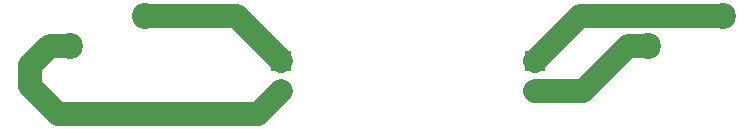
<source format=gbr>
%TF.GenerationSoftware,KiCad,Pcbnew,8.0.7*%
%TF.CreationDate,2025-07-13T11:03:56-07:00*%
%TF.ProjectId,shifter,73686966-7465-4722-9e6b-696361645f70,rev?*%
%TF.SameCoordinates,Original*%
%TF.FileFunction,Copper,L1,Top*%
%TF.FilePolarity,Positive*%
%FSLAX46Y46*%
G04 Gerber Fmt 4.6, Leading zero omitted, Abs format (unit mm)*
G04 Created by KiCad (PCBNEW 8.0.7) date 2025-07-13 11:03:56*
%MOMM*%
%LPD*%
G01*
G04 APERTURE LIST*
%TA.AperFunction,ComponentPad*%
%ADD10C,2.200000*%
%TD*%
%TA.AperFunction,ComponentPad*%
%ADD11R,1.700000X1.700000*%
%TD*%
%TA.AperFunction,ComponentPad*%
%ADD12O,1.700000X1.700000*%
%TD*%
%TA.AperFunction,Conductor*%
%ADD13C,2.000000*%
%TD*%
G04 APERTURE END LIST*
D10*
%TO.P,SW2,1,1*%
%TO.N,Net-(J2-Pin_1)*%
X169000000Y-83920000D03*
%TO.P,SW2,2,2*%
%TO.N,Net-(J2-Pin_2)*%
X162650000Y-86460000D03*
%TD*%
%TO.P,SW1,1,1*%
%TO.N,Net-(J1-Pin_1)*%
X120000000Y-83920000D03*
%TO.P,SW1,2,2*%
%TO.N,Net-(J1-Pin_2)*%
X113650000Y-86460000D03*
%TD*%
D11*
%TO.P,J2,1,Pin_1*%
%TO.N,Net-(J2-Pin_1)*%
X153090000Y-87725000D03*
D12*
%TO.P,J2,2,Pin_2*%
%TO.N,Net-(J2-Pin_2)*%
X153090000Y-90265000D03*
%TD*%
D11*
%TO.P,J1,1,Pin_1*%
%TO.N,Net-(J1-Pin_1)*%
X131590000Y-87725000D03*
D12*
%TO.P,J1,2,Pin_2*%
%TO.N,Net-(J1-Pin_2)*%
X131590000Y-90265000D03*
%TD*%
D13*
%TO.N,Net-(J1-Pin_2)*%
X111950152Y-86460000D02*
X113650000Y-86460000D01*
X110280000Y-88130152D02*
X111950152Y-86460000D01*
X129605000Y-92250000D02*
X112660152Y-92250000D01*
X112660152Y-92250000D02*
X110280000Y-89869848D01*
X110280000Y-89869848D02*
X110280000Y-88130152D01*
X131590000Y-90265000D02*
X129605000Y-92250000D01*
%TO.N,Net-(J1-Pin_1)*%
X127785000Y-83920000D02*
X120000000Y-83920000D01*
X131590000Y-87725000D02*
X127785000Y-83920000D01*
%TO.N,Net-(J2-Pin_1)*%
X156895000Y-83920000D02*
X169000000Y-83920000D01*
X153090000Y-87725000D02*
X156895000Y-83920000D01*
%TO.N,Net-(J2-Pin_2)*%
X160950152Y-86460000D02*
X162650000Y-86460000D01*
X153090000Y-90265000D02*
X157145152Y-90265000D01*
X157145152Y-90265000D02*
X160950152Y-86460000D01*
%TD*%
M02*

</source>
